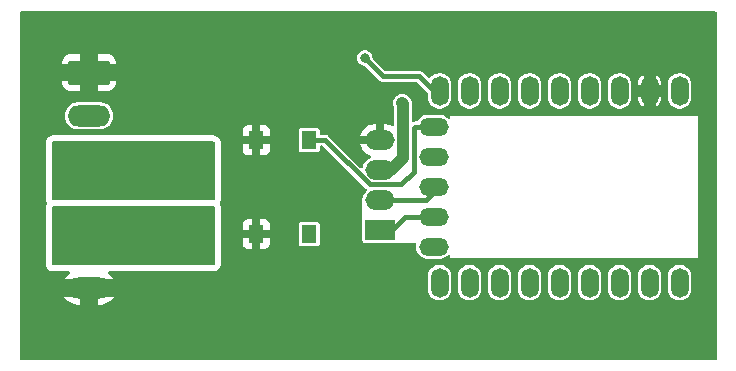
<source format=gbr>
%TF.GenerationSoftware,KiCad,Pcbnew,8.0.0*%
%TF.CreationDate,2024-03-02T12:01:17-05:00*%
%TF.ProjectId,RP2040_Count2,52503230-3430-45f4-936f-756e74322e6b,v2*%
%TF.SameCoordinates,Original*%
%TF.FileFunction,Copper,L2,Bot*%
%TF.FilePolarity,Positive*%
%FSLAX46Y46*%
G04 Gerber Fmt 4.6, Leading zero omitted, Abs format (unit mm)*
G04 Created by KiCad (PCBNEW 8.0.0) date 2024-03-02 12:01:17*
%MOMM*%
%LPD*%
G01*
G04 APERTURE LIST*
G04 Aperture macros list*
%AMRoundRect*
0 Rectangle with rounded corners*
0 $1 Rounding radius*
0 $2 $3 $4 $5 $6 $7 $8 $9 X,Y pos of 4 corners*
0 Add a 4 corners polygon primitive as box body*
4,1,4,$2,$3,$4,$5,$6,$7,$8,$9,$2,$3,0*
0 Add four circle primitives for the rounded corners*
1,1,$1+$1,$2,$3*
1,1,$1+$1,$4,$5*
1,1,$1+$1,$6,$7*
1,1,$1+$1,$8,$9*
0 Add four rect primitives between the rounded corners*
20,1,$1+$1,$2,$3,$4,$5,0*
20,1,$1+$1,$4,$5,$6,$7,0*
20,1,$1+$1,$6,$7,$8,$9,0*
20,1,$1+$1,$8,$9,$2,$3,0*%
G04 Aperture macros list end*
%TA.AperFunction,ComponentPad*%
%ADD10R,2.500000X1.700000*%
%TD*%
%TA.AperFunction,ComponentPad*%
%ADD11O,2.500000X1.700000*%
%TD*%
%TA.AperFunction,ComponentPad*%
%ADD12RoundRect,0.250000X-1.550000X0.650000X-1.550000X-0.650000X1.550000X-0.650000X1.550000X0.650000X0*%
%TD*%
%TA.AperFunction,ComponentPad*%
%ADD13O,3.600000X1.800000*%
%TD*%
%TA.AperFunction,ComponentPad*%
%ADD14O,1.500000X2.500000*%
%TD*%
%TA.AperFunction,ComponentPad*%
%ADD15O,2.500000X1.500000*%
%TD*%
%TA.AperFunction,ComponentPad*%
%ADD16RoundRect,0.291667X-1.508333X0.758333X-1.508333X-0.758333X1.508333X-0.758333X1.508333X0.758333X0*%
%TD*%
%TA.AperFunction,ComponentPad*%
%ADD17O,3.600000X2.100000*%
%TD*%
%TA.AperFunction,SMDPad,CuDef*%
%ADD18R,1.300000X1.550000*%
%TD*%
%TA.AperFunction,ViaPad*%
%ADD19C,0.800000*%
%TD*%
%TA.AperFunction,Conductor*%
%ADD20C,0.400000*%
%TD*%
%TA.AperFunction,Conductor*%
%ADD21C,1.000000*%
%TD*%
G04 APERTURE END LIST*
D10*
%TO.P,J3,1,Pin_1*%
%TO.N,I2C_SDA*%
X130000000Y-91000000D03*
D11*
%TO.P,J3,2,Pin_2*%
%TO.N,I2C_SCL*%
X130000000Y-88500000D03*
%TO.P,J3,3,Pin_3*%
%TO.N,+3.3V*%
X130000000Y-85900000D03*
%TO.P,J3,4,Pin_4*%
%TO.N,GND*%
X130000000Y-83400000D03*
%TD*%
D12*
%TO.P,TB1,1,P1*%
%TO.N,VIN1*%
X105357500Y-92112500D03*
D13*
%TO.P,TB1,2,P2*%
%TO.N,GND*%
X105357500Y-95922500D03*
%TD*%
D14*
%TO.P,U2,1,0*%
%TO.N,unconnected-(U2-0-Pad1)*%
X155360000Y-95470000D03*
%TO.P,U2,2,1*%
%TO.N,unconnected-(U2-1-Pad2)*%
X152820000Y-95470000D03*
%TO.P,U2,3,2*%
%TO.N,unconnected-(U2-2-Pad3)*%
X150280000Y-95470000D03*
%TO.P,U2,4,3*%
%TO.N,unconnected-(U2-3-Pad4)*%
X147740000Y-95470000D03*
%TO.P,U2,5,4*%
%TO.N,unconnected-(U2-4-Pad5)*%
X145200000Y-95470000D03*
%TO.P,U2,6,5*%
%TO.N,unconnected-(U2-5-Pad6)*%
X142660000Y-95470000D03*
%TO.P,U2,7,6*%
%TO.N,unconnected-(U2-6-Pad7)*%
X140120000Y-95470000D03*
%TO.P,U2,8,7*%
%TO.N,unconnected-(U2-7-Pad8)*%
X137580000Y-95470000D03*
%TO.P,U2,9,8*%
%TO.N,unconnected-(U2-8-Pad9)*%
X135040000Y-95470000D03*
D15*
%TO.P,U2,10,9*%
%TO.N,unconnected-(U2-9-Pad10)*%
X134540000Y-92430000D03*
%TO.P,U2,11,10*%
%TO.N,I2C_SDA*%
X134540000Y-89890000D03*
%TO.P,U2,12,11*%
%TO.N,I2C_SCL*%
X134540000Y-87350000D03*
%TO.P,U2,13,12*%
%TO.N,unconnected-(U2-12-Pad13)*%
X134540000Y-84810000D03*
%TO.P,U2,14,13*%
%TO.N,SW1*%
X134540000Y-82270000D03*
D14*
%TO.P,U2,15,14*%
%TO.N,OUT1*%
X135040000Y-79230000D03*
%TO.P,U2,16,15*%
%TO.N,unconnected-(U2-15-Pad16)*%
X137580000Y-79230000D03*
%TO.P,U2,17,26*%
%TO.N,unconnected-(U2-26-Pad17)*%
X140120000Y-79230000D03*
%TO.P,U2,18,27*%
%TO.N,unconnected-(U2-27-Pad18)*%
X142660000Y-79230000D03*
%TO.P,U2,19,28*%
%TO.N,unconnected-(U2-28-Pad19)*%
X145200000Y-79230000D03*
%TO.P,U2,20,29*%
%TO.N,unconnected-(U2-29-Pad20)*%
X147740000Y-79230000D03*
%TO.P,U2,21,3V3*%
%TO.N,+3.3V*%
X150280000Y-79230000D03*
%TO.P,U2,22,GND*%
%TO.N,GND*%
X152820000Y-79230000D03*
%TO.P,U2,23,5V*%
%TO.N,+5V*%
X155360000Y-79230000D03*
%TD*%
D16*
%TO.P,J2,1,Pin_1*%
%TO.N,GND*%
X105357500Y-77680000D03*
D13*
%TO.P,J2,2,Pin_2*%
%TO.N,/DOUT1*%
X105357500Y-81340000D03*
D17*
%TO.P,J2,3,Pin_3*%
%TO.N,VOUT1*%
X105357500Y-85000000D03*
%TD*%
D18*
%TO.P,SW1,1,1*%
%TO.N,SW1*%
X124000000Y-91350000D03*
X124000000Y-83400000D03*
%TO.P,SW1,2,2*%
%TO.N,GND*%
X119500000Y-91350000D03*
X119500000Y-83400000D03*
%TD*%
D19*
%TO.N,GND*%
X130900000Y-75900000D03*
X149650000Y-76550000D03*
X119900000Y-88900000D03*
X124400000Y-93900000D03*
X118000000Y-99000000D03*
X125800000Y-92300000D03*
X108000000Y-101000000D03*
X115900000Y-99000000D03*
X101000000Y-74000000D03*
X133350000Y-80450000D03*
X111800000Y-79500000D03*
X156650000Y-74200000D03*
X152000000Y-101000000D03*
X125600000Y-98000000D03*
X122200000Y-93900000D03*
X122200000Y-90700000D03*
X114200000Y-95100000D03*
X124500000Y-81000000D03*
X123300000Y-92900000D03*
X138000000Y-73300000D03*
X111800000Y-77100000D03*
X126500000Y-74000000D03*
X122000000Y-96500000D03*
X126000000Y-77500000D03*
X101000000Y-94500000D03*
X112800000Y-75400000D03*
X132850000Y-96450000D03*
X124400000Y-92900000D03*
X124000000Y-96500000D03*
X116000000Y-81500000D03*
X122000000Y-98000000D03*
X120500000Y-74000000D03*
X157350000Y-94450000D03*
X121200000Y-90700000D03*
X122900000Y-77400000D03*
X101000000Y-83500000D03*
X120200000Y-77400000D03*
X147000000Y-101000000D03*
X127900000Y-91100000D03*
X119700000Y-86900000D03*
X141000000Y-101000000D03*
X122200000Y-92900000D03*
X157500000Y-101000000D03*
X101000000Y-89000000D03*
X126900000Y-92300000D03*
X120100000Y-85600000D03*
X118200000Y-77700000D03*
X157300000Y-79150000D03*
X122200000Y-91800000D03*
X126900000Y-98000000D03*
X121000000Y-101000000D03*
X109000000Y-74000000D03*
X123000000Y-98000000D03*
X135000000Y-101000000D03*
X130600000Y-93200000D03*
X115000000Y-74000000D03*
X124000000Y-98000000D03*
X101000000Y-79700000D03*
X117500000Y-91100000D03*
X101000000Y-101000000D03*
X121300000Y-84000000D03*
X147700000Y-73200000D03*
X152150000Y-76500000D03*
X115900000Y-96600000D03*
X125800000Y-91100000D03*
X127000000Y-101000000D03*
X123300000Y-93900000D03*
X123000000Y-96500000D03*
X126850000Y-91100000D03*
X119600000Y-80900000D03*
X115000000Y-101000000D03*
%TO.N,VIN1*%
X113500000Y-90500000D03*
X114500000Y-90500000D03*
X112500000Y-93500000D03*
X115500000Y-92500000D03*
X115500000Y-89500000D03*
X111500000Y-93500000D03*
X113500000Y-89500000D03*
X111500000Y-90500000D03*
X112500000Y-89500000D03*
X113500000Y-93500000D03*
X110500000Y-89500000D03*
X114500000Y-89500000D03*
X114500000Y-93500000D03*
X110500000Y-93500000D03*
X115500000Y-93500000D03*
X111500000Y-89500000D03*
X115500000Y-91500000D03*
X115500000Y-90500000D03*
X110500000Y-91500000D03*
X110500000Y-90500000D03*
X112500000Y-90500000D03*
X110500000Y-92500000D03*
%TO.N,+3.3V*%
X131850000Y-80250000D03*
%TO.N,VOUT1*%
X115500000Y-86000000D03*
X115500000Y-85000000D03*
X112500000Y-84000000D03*
X111500000Y-84000000D03*
X115500000Y-84000000D03*
X115500000Y-87000000D03*
X110500000Y-85000000D03*
X112500000Y-88000000D03*
X114500000Y-84000000D03*
X110500000Y-86000000D03*
X111500000Y-88000000D03*
X113500000Y-88000000D03*
X110500000Y-88000000D03*
X110500000Y-87000000D03*
X111500000Y-87000000D03*
X115500000Y-88000000D03*
X110500000Y-84000000D03*
X114500000Y-87000000D03*
X113500000Y-84000000D03*
X113500000Y-87000000D03*
X112500000Y-87000000D03*
X114500000Y-88000000D03*
%TO.N,OUT1*%
X128700000Y-76450000D03*
%TD*%
D20*
%TO.N,OUT1*%
X128700000Y-76450000D02*
X130250000Y-78000000D01*
X130250000Y-78000000D02*
X133310000Y-78000000D01*
X133310000Y-78000000D02*
X135040000Y-79730000D01*
D21*
%TO.N,+3.3V*%
X130950000Y-85900000D02*
X130000000Y-85900000D01*
X131950000Y-84900000D02*
X130950000Y-85900000D01*
X131850000Y-80250000D02*
X131950000Y-80350000D01*
X131950000Y-80350000D02*
X131950000Y-84900000D01*
D20*
%TO.N,I2C_SDA*%
X132110000Y-89890000D02*
X135040000Y-89890000D01*
X130000000Y-91000000D02*
X131000000Y-91000000D01*
X131000000Y-91000000D02*
X132110000Y-89890000D01*
%TO.N,I2C_SCL*%
X130000000Y-88500000D02*
X133890000Y-88500000D01*
X133890000Y-88500000D02*
X135040000Y-87350000D01*
%TO.N,SW1*%
X132890000Y-86060000D02*
X131800000Y-87150000D01*
X135040000Y-82270000D02*
X132980000Y-82270000D01*
X129100000Y-87150000D02*
X125350000Y-83400000D01*
X132980000Y-82270000D02*
X132890000Y-82360000D01*
X132890000Y-82360000D02*
X132890000Y-86060000D01*
X125350000Y-83400000D02*
X124000000Y-83400000D01*
X131800000Y-87150000D02*
X129100000Y-87150000D01*
%TD*%
%TA.AperFunction,Conductor*%
%TO.N,GND*%
G36*
X158443039Y-72519685D02*
G01*
X158488794Y-72572489D01*
X158500000Y-72624000D01*
X158500000Y-101876000D01*
X158480315Y-101943039D01*
X158427511Y-101988794D01*
X158376000Y-102000000D01*
X99624000Y-102000000D01*
X99556961Y-101980315D01*
X99511206Y-101927511D01*
X99500000Y-101876000D01*
X99500000Y-96672500D01*
X103271912Y-96672500D01*
X103389637Y-96834535D01*
X103389642Y-96834541D01*
X103545458Y-96990357D01*
X103723739Y-97119886D01*
X103920089Y-97219932D01*
X104129664Y-97288026D01*
X104347319Y-97322500D01*
X104607500Y-97322500D01*
X104607500Y-96672500D01*
X106107500Y-96672500D01*
X106107500Y-97322500D01*
X106367681Y-97322500D01*
X106585335Y-97288026D01*
X106794910Y-97219932D01*
X106991260Y-97119886D01*
X107169541Y-96990357D01*
X107325357Y-96834541D01*
X107325362Y-96834535D01*
X107443087Y-96672500D01*
X106107500Y-96672500D01*
X104607500Y-96672500D01*
X103271912Y-96672500D01*
X99500000Y-96672500D01*
X99500000Y-96001491D01*
X104757500Y-96001491D01*
X104798389Y-96154091D01*
X104877381Y-96290908D01*
X104989092Y-96402619D01*
X105125909Y-96481611D01*
X105278509Y-96522500D01*
X105436491Y-96522500D01*
X105589091Y-96481611D01*
X105725908Y-96402619D01*
X105837619Y-96290908D01*
X105916611Y-96154091D01*
X105939533Y-96068543D01*
X134039499Y-96068543D01*
X134077947Y-96261829D01*
X134077950Y-96261839D01*
X134153364Y-96443907D01*
X134153371Y-96443920D01*
X134262860Y-96607781D01*
X134262863Y-96607785D01*
X134402214Y-96747136D01*
X134402218Y-96747139D01*
X134566079Y-96856628D01*
X134566092Y-96856635D01*
X134748160Y-96932049D01*
X134748165Y-96932051D01*
X134748169Y-96932051D01*
X134748170Y-96932052D01*
X134941456Y-96970500D01*
X134941459Y-96970500D01*
X135138543Y-96970500D01*
X135268582Y-96944632D01*
X135331835Y-96932051D01*
X135513914Y-96856632D01*
X135677782Y-96747139D01*
X135817139Y-96607782D01*
X135926632Y-96443914D01*
X136002051Y-96261835D01*
X136040500Y-96068543D01*
X136579499Y-96068543D01*
X136617947Y-96261829D01*
X136617950Y-96261839D01*
X136693364Y-96443907D01*
X136693371Y-96443920D01*
X136802860Y-96607781D01*
X136802863Y-96607785D01*
X136942214Y-96747136D01*
X136942218Y-96747139D01*
X137106079Y-96856628D01*
X137106092Y-96856635D01*
X137288160Y-96932049D01*
X137288165Y-96932051D01*
X137288169Y-96932051D01*
X137288170Y-96932052D01*
X137481456Y-96970500D01*
X137481459Y-96970500D01*
X137678543Y-96970500D01*
X137808582Y-96944632D01*
X137871835Y-96932051D01*
X138053914Y-96856632D01*
X138217782Y-96747139D01*
X138357139Y-96607782D01*
X138466632Y-96443914D01*
X138542051Y-96261835D01*
X138580500Y-96068543D01*
X139119499Y-96068543D01*
X139157947Y-96261829D01*
X139157950Y-96261839D01*
X139233364Y-96443907D01*
X139233371Y-96443920D01*
X139342860Y-96607781D01*
X139342863Y-96607785D01*
X139482214Y-96747136D01*
X139482218Y-96747139D01*
X139646079Y-96856628D01*
X139646092Y-96856635D01*
X139828160Y-96932049D01*
X139828165Y-96932051D01*
X139828169Y-96932051D01*
X139828170Y-96932052D01*
X140021456Y-96970500D01*
X140021459Y-96970500D01*
X140218543Y-96970500D01*
X140348582Y-96944632D01*
X140411835Y-96932051D01*
X140593914Y-96856632D01*
X140757782Y-96747139D01*
X140897139Y-96607782D01*
X141006632Y-96443914D01*
X141082051Y-96261835D01*
X141120500Y-96068543D01*
X141659499Y-96068543D01*
X141697947Y-96261829D01*
X141697950Y-96261839D01*
X141773364Y-96443907D01*
X141773371Y-96443920D01*
X141882860Y-96607781D01*
X141882863Y-96607785D01*
X142022214Y-96747136D01*
X142022218Y-96747139D01*
X142186079Y-96856628D01*
X142186092Y-96856635D01*
X142368160Y-96932049D01*
X142368165Y-96932051D01*
X142368169Y-96932051D01*
X142368170Y-96932052D01*
X142561456Y-96970500D01*
X142561459Y-96970500D01*
X142758543Y-96970500D01*
X142888582Y-96944632D01*
X142951835Y-96932051D01*
X143133914Y-96856632D01*
X143297782Y-96747139D01*
X143437139Y-96607782D01*
X143546632Y-96443914D01*
X143622051Y-96261835D01*
X143660500Y-96068543D01*
X144199499Y-96068543D01*
X144237947Y-96261829D01*
X144237950Y-96261839D01*
X144313364Y-96443907D01*
X144313371Y-96443920D01*
X144422860Y-96607781D01*
X144422863Y-96607785D01*
X144562214Y-96747136D01*
X144562218Y-96747139D01*
X144726079Y-96856628D01*
X144726092Y-96856635D01*
X144908160Y-96932049D01*
X144908165Y-96932051D01*
X144908169Y-96932051D01*
X144908170Y-96932052D01*
X145101456Y-96970500D01*
X145101459Y-96970500D01*
X145298543Y-96970500D01*
X145428582Y-96944632D01*
X145491835Y-96932051D01*
X145673914Y-96856632D01*
X145837782Y-96747139D01*
X145977139Y-96607782D01*
X146086632Y-96443914D01*
X146162051Y-96261835D01*
X146200500Y-96068543D01*
X146739499Y-96068543D01*
X146777947Y-96261829D01*
X146777950Y-96261839D01*
X146853364Y-96443907D01*
X146853371Y-96443920D01*
X146962860Y-96607781D01*
X146962863Y-96607785D01*
X147102214Y-96747136D01*
X147102218Y-96747139D01*
X147266079Y-96856628D01*
X147266092Y-96856635D01*
X147448160Y-96932049D01*
X147448165Y-96932051D01*
X147448169Y-96932051D01*
X147448170Y-96932052D01*
X147641456Y-96970500D01*
X147641459Y-96970500D01*
X147838543Y-96970500D01*
X147968582Y-96944632D01*
X148031835Y-96932051D01*
X148213914Y-96856632D01*
X148377782Y-96747139D01*
X148517139Y-96607782D01*
X148626632Y-96443914D01*
X148702051Y-96261835D01*
X148740500Y-96068543D01*
X149279499Y-96068543D01*
X149317947Y-96261829D01*
X149317950Y-96261839D01*
X149393364Y-96443907D01*
X149393371Y-96443920D01*
X149502860Y-96607781D01*
X149502863Y-96607785D01*
X149642214Y-96747136D01*
X149642218Y-96747139D01*
X149806079Y-96856628D01*
X149806092Y-96856635D01*
X149988160Y-96932049D01*
X149988165Y-96932051D01*
X149988169Y-96932051D01*
X149988170Y-96932052D01*
X150181456Y-96970500D01*
X150181459Y-96970500D01*
X150378543Y-96970500D01*
X150508582Y-96944632D01*
X150571835Y-96932051D01*
X150753914Y-96856632D01*
X150917782Y-96747139D01*
X151057139Y-96607782D01*
X151166632Y-96443914D01*
X151242051Y-96261835D01*
X151280500Y-96068543D01*
X151819499Y-96068543D01*
X151857947Y-96261829D01*
X151857950Y-96261839D01*
X151933364Y-96443907D01*
X151933371Y-96443920D01*
X152042860Y-96607781D01*
X152042863Y-96607785D01*
X152182214Y-96747136D01*
X152182218Y-96747139D01*
X152346079Y-96856628D01*
X152346092Y-96856635D01*
X152528160Y-96932049D01*
X152528165Y-96932051D01*
X152528169Y-96932051D01*
X152528170Y-96932052D01*
X152721456Y-96970500D01*
X152721459Y-96970500D01*
X152918543Y-96970500D01*
X153048582Y-96944632D01*
X153111835Y-96932051D01*
X153293914Y-96856632D01*
X153457782Y-96747139D01*
X153597139Y-96607782D01*
X153706632Y-96443914D01*
X153782051Y-96261835D01*
X153820500Y-96068543D01*
X154359499Y-96068543D01*
X154397947Y-96261829D01*
X154397950Y-96261839D01*
X154473364Y-96443907D01*
X154473371Y-96443920D01*
X154582860Y-96607781D01*
X154582863Y-96607785D01*
X154722214Y-96747136D01*
X154722218Y-96747139D01*
X154886079Y-96856628D01*
X154886092Y-96856635D01*
X155068160Y-96932049D01*
X155068165Y-96932051D01*
X155068169Y-96932051D01*
X155068170Y-96932052D01*
X155261456Y-96970500D01*
X155261459Y-96970500D01*
X155458543Y-96970500D01*
X155588582Y-96944632D01*
X155651835Y-96932051D01*
X155833914Y-96856632D01*
X155997782Y-96747139D01*
X156137139Y-96607782D01*
X156246632Y-96443914D01*
X156322051Y-96261835D01*
X156360500Y-96068541D01*
X156360500Y-94871459D01*
X156360500Y-94871456D01*
X156322052Y-94678170D01*
X156322051Y-94678169D01*
X156322051Y-94678165D01*
X156280557Y-94577989D01*
X156246635Y-94496092D01*
X156246628Y-94496079D01*
X156137139Y-94332218D01*
X156137136Y-94332214D01*
X155997785Y-94192863D01*
X155997781Y-94192860D01*
X155833920Y-94083371D01*
X155833907Y-94083364D01*
X155651839Y-94007950D01*
X155651829Y-94007947D01*
X155458543Y-93969500D01*
X155458541Y-93969500D01*
X155261459Y-93969500D01*
X155261457Y-93969500D01*
X155068170Y-94007947D01*
X155068160Y-94007950D01*
X154886092Y-94083364D01*
X154886079Y-94083371D01*
X154722218Y-94192860D01*
X154722214Y-94192863D01*
X154582863Y-94332214D01*
X154582860Y-94332218D01*
X154473371Y-94496079D01*
X154473364Y-94496092D01*
X154397950Y-94678160D01*
X154397947Y-94678170D01*
X154359500Y-94871456D01*
X154359500Y-94871459D01*
X154359500Y-96068541D01*
X154359500Y-96068543D01*
X154359499Y-96068543D01*
X153820500Y-96068543D01*
X153820500Y-96068541D01*
X153820500Y-94871459D01*
X153820500Y-94871456D01*
X153782052Y-94678170D01*
X153782051Y-94678169D01*
X153782051Y-94678165D01*
X153740557Y-94577989D01*
X153706635Y-94496092D01*
X153706628Y-94496079D01*
X153597139Y-94332218D01*
X153597136Y-94332214D01*
X153457785Y-94192863D01*
X153457781Y-94192860D01*
X153293920Y-94083371D01*
X153293907Y-94083364D01*
X153111839Y-94007950D01*
X153111829Y-94007947D01*
X152918543Y-93969500D01*
X152918541Y-93969500D01*
X152721459Y-93969500D01*
X152721457Y-93969500D01*
X152528170Y-94007947D01*
X152528160Y-94007950D01*
X152346092Y-94083364D01*
X152346079Y-94083371D01*
X152182218Y-94192860D01*
X152182214Y-94192863D01*
X152042863Y-94332214D01*
X152042860Y-94332218D01*
X151933371Y-94496079D01*
X151933364Y-94496092D01*
X151857950Y-94678160D01*
X151857947Y-94678170D01*
X151819500Y-94871456D01*
X151819500Y-94871459D01*
X151819500Y-96068541D01*
X151819500Y-96068543D01*
X151819499Y-96068543D01*
X151280500Y-96068543D01*
X151280500Y-96068541D01*
X151280500Y-94871459D01*
X151280500Y-94871456D01*
X151242052Y-94678170D01*
X151242051Y-94678169D01*
X151242051Y-94678165D01*
X151200557Y-94577989D01*
X151166635Y-94496092D01*
X151166628Y-94496079D01*
X151057139Y-94332218D01*
X151057136Y-94332214D01*
X150917785Y-94192863D01*
X150917781Y-94192860D01*
X150753920Y-94083371D01*
X150753907Y-94083364D01*
X150571839Y-94007950D01*
X150571829Y-94007947D01*
X150378543Y-93969500D01*
X150378541Y-93969500D01*
X150181459Y-93969500D01*
X150181457Y-93969500D01*
X149988170Y-94007947D01*
X149988160Y-94007950D01*
X149806092Y-94083364D01*
X149806079Y-94083371D01*
X149642218Y-94192860D01*
X149642214Y-94192863D01*
X149502863Y-94332214D01*
X149502860Y-94332218D01*
X149393371Y-94496079D01*
X149393364Y-94496092D01*
X149317950Y-94678160D01*
X149317947Y-94678170D01*
X149279500Y-94871456D01*
X149279500Y-94871459D01*
X149279500Y-96068541D01*
X149279500Y-96068543D01*
X149279499Y-96068543D01*
X148740500Y-96068543D01*
X148740500Y-96068541D01*
X148740500Y-94871459D01*
X148740500Y-94871456D01*
X148702052Y-94678170D01*
X148702051Y-94678169D01*
X148702051Y-94678165D01*
X148660557Y-94577989D01*
X148626635Y-94496092D01*
X148626628Y-94496079D01*
X148517139Y-94332218D01*
X148517136Y-94332214D01*
X148377785Y-94192863D01*
X148377781Y-94192860D01*
X148213920Y-94083371D01*
X148213907Y-94083364D01*
X148031839Y-94007950D01*
X148031829Y-94007947D01*
X147838543Y-93969500D01*
X147838541Y-93969500D01*
X147641459Y-93969500D01*
X147641457Y-93969500D01*
X147448170Y-94007947D01*
X147448160Y-94007950D01*
X147266092Y-94083364D01*
X147266079Y-94083371D01*
X147102218Y-94192860D01*
X147102214Y-94192863D01*
X146962863Y-94332214D01*
X146962860Y-94332218D01*
X146853371Y-94496079D01*
X146853364Y-94496092D01*
X146777950Y-94678160D01*
X146777947Y-94678170D01*
X146739500Y-94871456D01*
X146739500Y-94871459D01*
X146739500Y-96068541D01*
X146739500Y-96068543D01*
X146739499Y-96068543D01*
X146200500Y-96068543D01*
X146200500Y-96068541D01*
X146200500Y-94871459D01*
X146200500Y-94871456D01*
X146162052Y-94678170D01*
X146162051Y-94678169D01*
X146162051Y-94678165D01*
X146120557Y-94577989D01*
X146086635Y-94496092D01*
X146086628Y-94496079D01*
X145977139Y-94332218D01*
X145977136Y-94332214D01*
X145837785Y-94192863D01*
X145837781Y-94192860D01*
X145673920Y-94083371D01*
X145673907Y-94083364D01*
X145491839Y-94007950D01*
X145491829Y-94007947D01*
X145298543Y-93969500D01*
X145298541Y-93969500D01*
X145101459Y-93969500D01*
X145101457Y-93969500D01*
X144908170Y-94007947D01*
X144908160Y-94007950D01*
X144726092Y-94083364D01*
X144726079Y-94083371D01*
X144562218Y-94192860D01*
X144562214Y-94192863D01*
X144422863Y-94332214D01*
X144422860Y-94332218D01*
X144313371Y-94496079D01*
X144313364Y-94496092D01*
X144237950Y-94678160D01*
X144237947Y-94678170D01*
X144199500Y-94871456D01*
X144199500Y-94871459D01*
X144199500Y-96068541D01*
X144199500Y-96068543D01*
X144199499Y-96068543D01*
X143660500Y-96068543D01*
X143660500Y-96068541D01*
X143660500Y-94871459D01*
X143660500Y-94871456D01*
X143622052Y-94678170D01*
X143622051Y-94678169D01*
X143622051Y-94678165D01*
X143580557Y-94577989D01*
X143546635Y-94496092D01*
X143546628Y-94496079D01*
X143437139Y-94332218D01*
X143437136Y-94332214D01*
X143297785Y-94192863D01*
X143297781Y-94192860D01*
X143133920Y-94083371D01*
X143133907Y-94083364D01*
X142951839Y-94007950D01*
X142951829Y-94007947D01*
X142758543Y-93969500D01*
X142758541Y-93969500D01*
X142561459Y-93969500D01*
X142561457Y-93969500D01*
X142368170Y-94007947D01*
X142368160Y-94007950D01*
X142186092Y-94083364D01*
X142186079Y-94083371D01*
X142022218Y-94192860D01*
X142022214Y-94192863D01*
X141882863Y-94332214D01*
X141882860Y-94332218D01*
X141773371Y-94496079D01*
X141773364Y-94496092D01*
X141697950Y-94678160D01*
X141697947Y-94678170D01*
X141659500Y-94871456D01*
X141659500Y-94871459D01*
X141659500Y-96068541D01*
X141659500Y-96068543D01*
X141659499Y-96068543D01*
X141120500Y-96068543D01*
X141120500Y-96068541D01*
X141120500Y-94871459D01*
X141120500Y-94871456D01*
X141082052Y-94678170D01*
X141082051Y-94678169D01*
X141082051Y-94678165D01*
X141040557Y-94577989D01*
X141006635Y-94496092D01*
X141006628Y-94496079D01*
X140897139Y-94332218D01*
X140897136Y-94332214D01*
X140757785Y-94192863D01*
X140757781Y-94192860D01*
X140593920Y-94083371D01*
X140593907Y-94083364D01*
X140411839Y-94007950D01*
X140411829Y-94007947D01*
X140218543Y-93969500D01*
X140218541Y-93969500D01*
X140021459Y-93969500D01*
X140021457Y-93969500D01*
X139828170Y-94007947D01*
X139828160Y-94007950D01*
X139646092Y-94083364D01*
X139646079Y-94083371D01*
X139482218Y-94192860D01*
X139482214Y-94192863D01*
X139342863Y-94332214D01*
X139342860Y-94332218D01*
X139233371Y-94496079D01*
X139233364Y-94496092D01*
X139157950Y-94678160D01*
X139157947Y-94678170D01*
X139119500Y-94871456D01*
X139119500Y-94871459D01*
X139119500Y-96068541D01*
X139119500Y-96068543D01*
X139119499Y-96068543D01*
X138580500Y-96068543D01*
X138580500Y-96068541D01*
X138580500Y-94871459D01*
X138580500Y-94871456D01*
X138542052Y-94678170D01*
X138542051Y-94678169D01*
X138542051Y-94678165D01*
X138500557Y-94577989D01*
X138466635Y-94496092D01*
X138466628Y-94496079D01*
X138357139Y-94332218D01*
X138357136Y-94332214D01*
X138217785Y-94192863D01*
X138217781Y-94192860D01*
X138053920Y-94083371D01*
X138053907Y-94083364D01*
X137871839Y-94007950D01*
X137871829Y-94007947D01*
X137678543Y-93969500D01*
X137678541Y-93969500D01*
X137481459Y-93969500D01*
X137481457Y-93969500D01*
X137288170Y-94007947D01*
X137288160Y-94007950D01*
X137106092Y-94083364D01*
X137106079Y-94083371D01*
X136942218Y-94192860D01*
X136942214Y-94192863D01*
X136802863Y-94332214D01*
X136802860Y-94332218D01*
X136693371Y-94496079D01*
X136693364Y-94496092D01*
X136617950Y-94678160D01*
X136617947Y-94678170D01*
X136579500Y-94871456D01*
X136579500Y-94871459D01*
X136579500Y-96068541D01*
X136579500Y-96068543D01*
X136579499Y-96068543D01*
X136040500Y-96068543D01*
X136040500Y-96068541D01*
X136040500Y-94871459D01*
X136040500Y-94871456D01*
X136002052Y-94678170D01*
X136002051Y-94678169D01*
X136002051Y-94678165D01*
X135960557Y-94577989D01*
X135926635Y-94496092D01*
X135926628Y-94496079D01*
X135817139Y-94332218D01*
X135817136Y-94332214D01*
X135677785Y-94192863D01*
X135677781Y-94192860D01*
X135513920Y-94083371D01*
X135513907Y-94083364D01*
X135331839Y-94007950D01*
X135331829Y-94007947D01*
X135138543Y-93969500D01*
X135138541Y-93969500D01*
X134941459Y-93969500D01*
X134941457Y-93969500D01*
X134748170Y-94007947D01*
X134748160Y-94007950D01*
X134566092Y-94083364D01*
X134566079Y-94083371D01*
X134402218Y-94192860D01*
X134402214Y-94192863D01*
X134262863Y-94332214D01*
X134262860Y-94332218D01*
X134153371Y-94496079D01*
X134153364Y-94496092D01*
X134077950Y-94678160D01*
X134077947Y-94678170D01*
X134039500Y-94871456D01*
X134039500Y-94871459D01*
X134039500Y-96068541D01*
X134039500Y-96068543D01*
X134039499Y-96068543D01*
X105939533Y-96068543D01*
X105957500Y-96001491D01*
X105957500Y-95843509D01*
X105916611Y-95690909D01*
X105837619Y-95554092D01*
X105725908Y-95442381D01*
X105589091Y-95363389D01*
X105436491Y-95322500D01*
X105278509Y-95322500D01*
X105125909Y-95363389D01*
X104989092Y-95442381D01*
X104877381Y-95554092D01*
X104798389Y-95690909D01*
X104757500Y-95843509D01*
X104757500Y-96001491D01*
X99500000Y-96001491D01*
X99500000Y-93876000D01*
X101694500Y-93876000D01*
X101694501Y-93876009D01*
X101706052Y-93983450D01*
X101706054Y-93983462D01*
X101717260Y-94034972D01*
X101751383Y-94137497D01*
X101751386Y-94137503D01*
X101829171Y-94258537D01*
X101829179Y-94258548D01*
X101874923Y-94311340D01*
X101874926Y-94311343D01*
X101874930Y-94311347D01*
X101983664Y-94405567D01*
X101983667Y-94405568D01*
X101983668Y-94405569D01*
X102077925Y-94448616D01*
X102114541Y-94465338D01*
X102181580Y-94485023D01*
X102181584Y-94485024D01*
X102324000Y-94505500D01*
X102324003Y-94505500D01*
X103644378Y-94505500D01*
X103711417Y-94525185D01*
X103757172Y-94577989D01*
X103767116Y-94647147D01*
X103738091Y-94710703D01*
X103717264Y-94729818D01*
X103545458Y-94854642D01*
X103389642Y-95010458D01*
X103389637Y-95010464D01*
X103271912Y-95172499D01*
X103271912Y-95172500D01*
X107443088Y-95172500D01*
X107443087Y-95172499D01*
X107325362Y-95010464D01*
X107325357Y-95010458D01*
X107169541Y-94854642D01*
X106997736Y-94729818D01*
X106955071Y-94674488D01*
X106949092Y-94604875D01*
X106981698Y-94543080D01*
X107042537Y-94508722D01*
X107070622Y-94505500D01*
X115875990Y-94505500D01*
X115876000Y-94505500D01*
X115983456Y-94493947D01*
X116034967Y-94482741D01*
X116069197Y-94471347D01*
X116137497Y-94448616D01*
X116137501Y-94448613D01*
X116137504Y-94448613D01*
X116258543Y-94370825D01*
X116311347Y-94325070D01*
X116405567Y-94216336D01*
X116465338Y-94085459D01*
X116485023Y-94018420D01*
X116485024Y-94018416D01*
X116505500Y-93876000D01*
X116505500Y-91700000D01*
X118350000Y-91700000D01*
X118350000Y-92172844D01*
X118356401Y-92232372D01*
X118356403Y-92232379D01*
X118406645Y-92367086D01*
X118406649Y-92367093D01*
X118492809Y-92482187D01*
X118492812Y-92482190D01*
X118607906Y-92568350D01*
X118607913Y-92568354D01*
X118742620Y-92618596D01*
X118742627Y-92618598D01*
X118802155Y-92624999D01*
X118802172Y-92625000D01*
X119150000Y-92625000D01*
X119150000Y-91700000D01*
X119850000Y-91700000D01*
X119850000Y-92625000D01*
X120197828Y-92625000D01*
X120197844Y-92624999D01*
X120257372Y-92618598D01*
X120257379Y-92618596D01*
X120392086Y-92568354D01*
X120392093Y-92568350D01*
X120507187Y-92482190D01*
X120507190Y-92482187D01*
X120593350Y-92367093D01*
X120593354Y-92367086D01*
X120643596Y-92232379D01*
X120643598Y-92232372D01*
X120649999Y-92172844D01*
X120650000Y-92172827D01*
X120650000Y-92149678D01*
X123099500Y-92149678D01*
X123114032Y-92222735D01*
X123114033Y-92222739D01*
X123114034Y-92222740D01*
X123169399Y-92305601D01*
X123252260Y-92360966D01*
X123252264Y-92360967D01*
X123325321Y-92375499D01*
X123325324Y-92375500D01*
X123325326Y-92375500D01*
X124674676Y-92375500D01*
X124674677Y-92375499D01*
X124747740Y-92360966D01*
X124830601Y-92305601D01*
X124885966Y-92222740D01*
X124900500Y-92149674D01*
X124900500Y-90550326D01*
X124900500Y-90550323D01*
X124900499Y-90550321D01*
X124885967Y-90477264D01*
X124885966Y-90477260D01*
X124830601Y-90394399D01*
X124747740Y-90339034D01*
X124747739Y-90339033D01*
X124747735Y-90339032D01*
X124674677Y-90324500D01*
X124674674Y-90324500D01*
X123325326Y-90324500D01*
X123325323Y-90324500D01*
X123252264Y-90339032D01*
X123252260Y-90339033D01*
X123169399Y-90394399D01*
X123114033Y-90477260D01*
X123114032Y-90477264D01*
X123099500Y-90550321D01*
X123099500Y-92149678D01*
X120650000Y-92149678D01*
X120650000Y-91700000D01*
X119850000Y-91700000D01*
X119150000Y-91700000D01*
X118350000Y-91700000D01*
X116505500Y-91700000D01*
X116505500Y-91000000D01*
X118350000Y-91000000D01*
X119150000Y-91000000D01*
X119150000Y-90075000D01*
X119850000Y-90075000D01*
X119850000Y-91000000D01*
X120650000Y-91000000D01*
X120650000Y-90527172D01*
X120649999Y-90527155D01*
X120643598Y-90467627D01*
X120643596Y-90467620D01*
X120593354Y-90332913D01*
X120593350Y-90332906D01*
X120507190Y-90217812D01*
X120507187Y-90217809D01*
X120392093Y-90131649D01*
X120392086Y-90131645D01*
X120257379Y-90081403D01*
X120257372Y-90081401D01*
X120197844Y-90075000D01*
X119850000Y-90075000D01*
X119150000Y-90075000D01*
X118802155Y-90075000D01*
X118742627Y-90081401D01*
X118742620Y-90081403D01*
X118607913Y-90131645D01*
X118607906Y-90131649D01*
X118492812Y-90217809D01*
X118492809Y-90217812D01*
X118406649Y-90332906D01*
X118406645Y-90332913D01*
X118356403Y-90467620D01*
X118356401Y-90467627D01*
X118350000Y-90527155D01*
X118350000Y-91000000D01*
X116505500Y-91000000D01*
X116505500Y-89124000D01*
X116493947Y-89016544D01*
X116482741Y-88965033D01*
X116477904Y-88950500D01*
X116448615Y-88862499D01*
X116421035Y-88819585D01*
X116401350Y-88752545D01*
X116412555Y-88701034D01*
X116465338Y-88585459D01*
X116485023Y-88518420D01*
X116485024Y-88518416D01*
X116505500Y-88376000D01*
X116505500Y-83750000D01*
X118350000Y-83750000D01*
X118350000Y-84222844D01*
X118356401Y-84282372D01*
X118356403Y-84282379D01*
X118406645Y-84417086D01*
X118406649Y-84417093D01*
X118492809Y-84532187D01*
X118492812Y-84532190D01*
X118607906Y-84618350D01*
X118607913Y-84618354D01*
X118742620Y-84668596D01*
X118742627Y-84668598D01*
X118802155Y-84674999D01*
X118802172Y-84675000D01*
X119150000Y-84675000D01*
X119150000Y-83750000D01*
X119850000Y-83750000D01*
X119850000Y-84675000D01*
X120197828Y-84675000D01*
X120197844Y-84674999D01*
X120257372Y-84668598D01*
X120257379Y-84668596D01*
X120392086Y-84618354D01*
X120392093Y-84618350D01*
X120507187Y-84532190D01*
X120507190Y-84532187D01*
X120593350Y-84417093D01*
X120593354Y-84417086D01*
X120643596Y-84282379D01*
X120643598Y-84282372D01*
X120649999Y-84222844D01*
X120650000Y-84222827D01*
X120650000Y-84199678D01*
X123099500Y-84199678D01*
X123114032Y-84272735D01*
X123114033Y-84272739D01*
X123114034Y-84272740D01*
X123169399Y-84355601D01*
X123252260Y-84410966D01*
X123252264Y-84410967D01*
X123325321Y-84425499D01*
X123325324Y-84425500D01*
X123325326Y-84425500D01*
X124674676Y-84425500D01*
X124674677Y-84425499D01*
X124747740Y-84410966D01*
X124830601Y-84355601D01*
X124885966Y-84272740D01*
X124900500Y-84199674D01*
X124900500Y-83974500D01*
X124920185Y-83907461D01*
X124972989Y-83861706D01*
X125024500Y-83850500D01*
X125112035Y-83850500D01*
X125179074Y-83870185D01*
X125199715Y-83886818D01*
X128823386Y-87510490D01*
X128823388Y-87510491D01*
X128829837Y-87515440D01*
X128827723Y-87518194D01*
X128864901Y-87557537D01*
X128877817Y-87626202D01*
X128851559Y-87690950D01*
X128842114Y-87701544D01*
X128760585Y-87783073D01*
X128658768Y-87923211D01*
X128580128Y-88077552D01*
X128526597Y-88242302D01*
X128499500Y-88413389D01*
X128499500Y-88586613D01*
X128499618Y-88588114D01*
X128500000Y-88597839D01*
X128500000Y-90114158D01*
X128499500Y-90124336D01*
X128499500Y-91874678D01*
X128514032Y-91947735D01*
X128514033Y-91947739D01*
X128514034Y-91947740D01*
X128569399Y-92030601D01*
X128652260Y-92085966D01*
X128652264Y-92085967D01*
X128725321Y-92100499D01*
X128725324Y-92100500D01*
X128725326Y-92100500D01*
X131275664Y-92100500D01*
X131285842Y-92100000D01*
X132934446Y-92100000D01*
X133001485Y-92119685D01*
X133047240Y-92172489D01*
X133057184Y-92241647D01*
X133056063Y-92248192D01*
X133039500Y-92331456D01*
X133039500Y-92331459D01*
X133039500Y-92528541D01*
X133039500Y-92528543D01*
X133039499Y-92528543D01*
X133077947Y-92721829D01*
X133077950Y-92721839D01*
X133153364Y-92903907D01*
X133153371Y-92903920D01*
X133262860Y-93067781D01*
X133262863Y-93067785D01*
X133402214Y-93207136D01*
X133402218Y-93207139D01*
X133566079Y-93316628D01*
X133566092Y-93316635D01*
X133748160Y-93392049D01*
X133748165Y-93392051D01*
X133748169Y-93392051D01*
X133748170Y-93392052D01*
X133941456Y-93430500D01*
X133941459Y-93430500D01*
X135138543Y-93430500D01*
X135268582Y-93404632D01*
X135331835Y-93392051D01*
X135513914Y-93316632D01*
X135677782Y-93207139D01*
X135677785Y-93207136D01*
X135738319Y-93146603D01*
X135799642Y-93113118D01*
X135869334Y-93118102D01*
X135925267Y-93159974D01*
X135949684Y-93225438D01*
X135950000Y-93234284D01*
X135950000Y-93350000D01*
X156950000Y-93350000D01*
X156950000Y-81350000D01*
X135950000Y-81350000D01*
X135950000Y-81465716D01*
X135930315Y-81532755D01*
X135877511Y-81578510D01*
X135808353Y-81588454D01*
X135744797Y-81559429D01*
X135738319Y-81553397D01*
X135677785Y-81492863D01*
X135677781Y-81492860D01*
X135513920Y-81383371D01*
X135513907Y-81383364D01*
X135331839Y-81307950D01*
X135331829Y-81307947D01*
X135138543Y-81269500D01*
X135138541Y-81269500D01*
X133941459Y-81269500D01*
X133941457Y-81269500D01*
X133748170Y-81307947D01*
X133748160Y-81307950D01*
X133566092Y-81383364D01*
X133566079Y-81383371D01*
X133402218Y-81492860D01*
X133402214Y-81492863D01*
X133262863Y-81632214D01*
X133262857Y-81632222D01*
X133174546Y-81764390D01*
X133120934Y-81809196D01*
X133071444Y-81819500D01*
X132920686Y-81819500D01*
X132856591Y-81836674D01*
X132786742Y-81835010D01*
X132728880Y-81795847D01*
X132701377Y-81731618D01*
X132700500Y-81716899D01*
X132700500Y-80276079D01*
X132671659Y-80131092D01*
X132671658Y-80131091D01*
X132671658Y-80131087D01*
X132632689Y-80037007D01*
X132615087Y-79994511D01*
X132615080Y-79994498D01*
X132532952Y-79871585D01*
X132489859Y-79828492D01*
X132432951Y-79771584D01*
X132328416Y-79667048D01*
X132205494Y-79584916D01*
X132205492Y-79584915D01*
X132205490Y-79584914D01*
X132068912Y-79528342D01*
X132068906Y-79528340D01*
X131923919Y-79499500D01*
X131923917Y-79499500D01*
X131776083Y-79499500D01*
X131776081Y-79499500D01*
X131631093Y-79528340D01*
X131631087Y-79528342D01*
X131494509Y-79584914D01*
X131494502Y-79584918D01*
X131432418Y-79626400D01*
X131371584Y-79667048D01*
X131371582Y-79667049D01*
X131371579Y-79667052D01*
X131371578Y-79667052D01*
X131267052Y-79771578D01*
X131267052Y-79771579D01*
X131267049Y-79771582D01*
X131267048Y-79771584D01*
X131229024Y-79828492D01*
X131184918Y-79894502D01*
X131184914Y-79894509D01*
X131128342Y-80031087D01*
X131128340Y-80031093D01*
X131099500Y-80176080D01*
X131099500Y-80176083D01*
X131099500Y-80323917D01*
X131099500Y-80323919D01*
X131099499Y-80323919D01*
X131128340Y-80468906D01*
X131128343Y-80468916D01*
X131187247Y-80611123D01*
X131186383Y-80611480D01*
X131199500Y-80663839D01*
X131199500Y-82089875D01*
X131179815Y-82156914D01*
X131127011Y-82202669D01*
X131057853Y-82212613D01*
X131019205Y-82200360D01*
X130918217Y-82148904D01*
X130716129Y-82083242D01*
X130506246Y-82050000D01*
X130350000Y-82050000D01*
X130350000Y-83042894D01*
X130307007Y-82999901D01*
X130192993Y-82934075D01*
X130065826Y-82900000D01*
X129934174Y-82900000D01*
X129807007Y-82934075D01*
X129692993Y-82999901D01*
X129650000Y-83042894D01*
X129650000Y-82050000D01*
X129493754Y-82050000D01*
X129283872Y-82083242D01*
X129283869Y-82083242D01*
X129081782Y-82148904D01*
X128892442Y-82245379D01*
X128720540Y-82370272D01*
X128720535Y-82370276D01*
X128570276Y-82520535D01*
X128570272Y-82520540D01*
X128445379Y-82692442D01*
X128348907Y-82881777D01*
X128294248Y-83049999D01*
X128294248Y-83050000D01*
X129642894Y-83050000D01*
X129599901Y-83092993D01*
X129534075Y-83207007D01*
X129500000Y-83334174D01*
X129500000Y-83465826D01*
X129534075Y-83592993D01*
X129599901Y-83707007D01*
X129642894Y-83750000D01*
X128294248Y-83750000D01*
X128348907Y-83918222D01*
X128445379Y-84107557D01*
X128570272Y-84279459D01*
X128570276Y-84279464D01*
X128720535Y-84429723D01*
X128720540Y-84429727D01*
X128892442Y-84554620D01*
X129081778Y-84651093D01*
X129130022Y-84666768D01*
X129187698Y-84706205D01*
X129214897Y-84770563D01*
X129202983Y-84839410D01*
X129155740Y-84890886D01*
X129148000Y-84895185D01*
X129023211Y-84958768D01*
X128943256Y-85016859D01*
X128883072Y-85060586D01*
X128883070Y-85060588D01*
X128883069Y-85060588D01*
X128760588Y-85183069D01*
X128760588Y-85183070D01*
X128760586Y-85183072D01*
X128716859Y-85243256D01*
X128658768Y-85323211D01*
X128580128Y-85477552D01*
X128526597Y-85642301D01*
X128524033Y-85658493D01*
X128494103Y-85721627D01*
X128434792Y-85758558D01*
X128364929Y-85757560D01*
X128313879Y-85726775D01*
X125626616Y-83039513D01*
X125626614Y-83039511D01*
X125558008Y-82999901D01*
X125523888Y-82980201D01*
X125511780Y-82976957D01*
X125499673Y-82973713D01*
X125499670Y-82973712D01*
X125441412Y-82958102D01*
X125409309Y-82949500D01*
X125409308Y-82949500D01*
X125024500Y-82949500D01*
X124957461Y-82929815D01*
X124911706Y-82877011D01*
X124900500Y-82825500D01*
X124900500Y-82600323D01*
X124900499Y-82600321D01*
X124885967Y-82527264D01*
X124885966Y-82527260D01*
X124881476Y-82520540D01*
X124830601Y-82444399D01*
X124747740Y-82389034D01*
X124747739Y-82389033D01*
X124747735Y-82389032D01*
X124674677Y-82374500D01*
X124674674Y-82374500D01*
X123325326Y-82374500D01*
X123325323Y-82374500D01*
X123252264Y-82389032D01*
X123252260Y-82389033D01*
X123169399Y-82444399D01*
X123114033Y-82527260D01*
X123114032Y-82527264D01*
X123099500Y-82600321D01*
X123099500Y-84199678D01*
X120650000Y-84199678D01*
X120650000Y-83750000D01*
X119850000Y-83750000D01*
X119150000Y-83750000D01*
X118350000Y-83750000D01*
X116505500Y-83750000D01*
X116505500Y-83624000D01*
X116493947Y-83516544D01*
X116482741Y-83465033D01*
X116482637Y-83464722D01*
X116448616Y-83362502D01*
X116448613Y-83362496D01*
X116370828Y-83241462D01*
X116370825Y-83241457D01*
X116370820Y-83241451D01*
X116325076Y-83188659D01*
X116325072Y-83188656D01*
X116325070Y-83188653D01*
X116216336Y-83094433D01*
X116216333Y-83094431D01*
X116216331Y-83094430D01*
X116119045Y-83050000D01*
X118350000Y-83050000D01*
X119150000Y-83050000D01*
X119150000Y-82125000D01*
X119850000Y-82125000D01*
X119850000Y-83050000D01*
X120650000Y-83050000D01*
X120650000Y-82577172D01*
X120649999Y-82577155D01*
X120643598Y-82517627D01*
X120643596Y-82517620D01*
X120593354Y-82382913D01*
X120593350Y-82382906D01*
X120507190Y-82267812D01*
X120507187Y-82267809D01*
X120392093Y-82181649D01*
X120392086Y-82181645D01*
X120257379Y-82131403D01*
X120257372Y-82131401D01*
X120197844Y-82125000D01*
X119850000Y-82125000D01*
X119150000Y-82125000D01*
X118802155Y-82125000D01*
X118742627Y-82131401D01*
X118742620Y-82131403D01*
X118607913Y-82181645D01*
X118607906Y-82181649D01*
X118492812Y-82267809D01*
X118492809Y-82267812D01*
X118406649Y-82382906D01*
X118406645Y-82382913D01*
X118356403Y-82517620D01*
X118356401Y-82517627D01*
X118350000Y-82577155D01*
X118350000Y-83050000D01*
X116119045Y-83050000D01*
X116085465Y-83034664D01*
X116085460Y-83034662D01*
X116085459Y-83034662D01*
X116018420Y-83014977D01*
X116018422Y-83014977D01*
X116018417Y-83014976D01*
X115956347Y-83006052D01*
X115876000Y-82994500D01*
X102324000Y-82994500D01*
X102323991Y-82994500D01*
X102323990Y-82994501D01*
X102216549Y-83006052D01*
X102216537Y-83006054D01*
X102165027Y-83017260D01*
X102062502Y-83051383D01*
X102062496Y-83051386D01*
X101941462Y-83129171D01*
X101941451Y-83129179D01*
X101888659Y-83174923D01*
X101794433Y-83283664D01*
X101794430Y-83283668D01*
X101734664Y-83414534D01*
X101714976Y-83481582D01*
X101709949Y-83516549D01*
X101694500Y-83624000D01*
X101694500Y-88376000D01*
X101694501Y-88376009D01*
X101706052Y-88483450D01*
X101706054Y-88483462D01*
X101717260Y-88534972D01*
X101751383Y-88637497D01*
X101751386Y-88637503D01*
X101778964Y-88680414D01*
X101798649Y-88747453D01*
X101787443Y-88798966D01*
X101734664Y-88914534D01*
X101714976Y-88981582D01*
X101709949Y-89016549D01*
X101694500Y-89124000D01*
X101694500Y-93876000D01*
X99500000Y-93876000D01*
X99500000Y-81430551D01*
X103307000Y-81430551D01*
X103335329Y-81609410D01*
X103391287Y-81781636D01*
X103391288Y-81781639D01*
X103422917Y-81843713D01*
X103456443Y-81909511D01*
X103473506Y-81942997D01*
X103579941Y-82089494D01*
X103579945Y-82089499D01*
X103708000Y-82217554D01*
X103708005Y-82217558D01*
X103777175Y-82267812D01*
X103854506Y-82323996D01*
X103941930Y-82368541D01*
X104015860Y-82406211D01*
X104015863Y-82406212D01*
X104101976Y-82434191D01*
X104188091Y-82462171D01*
X104270929Y-82475291D01*
X104366949Y-82490500D01*
X104366954Y-82490500D01*
X106348051Y-82490500D01*
X106434759Y-82476765D01*
X106526909Y-82462171D01*
X106699139Y-82406211D01*
X106860494Y-82323996D01*
X107007001Y-82217553D01*
X107135053Y-82089501D01*
X107241496Y-81942994D01*
X107323711Y-81781639D01*
X107379671Y-81609409D01*
X107398130Y-81492863D01*
X107408000Y-81430551D01*
X107408000Y-81249448D01*
X107391519Y-81145397D01*
X107379671Y-81070591D01*
X107323711Y-80898361D01*
X107323711Y-80898360D01*
X107295240Y-80842484D01*
X107241496Y-80737006D01*
X107208835Y-80692052D01*
X107135058Y-80590505D01*
X107135054Y-80590500D01*
X107006999Y-80462445D01*
X107006994Y-80462441D01*
X106860497Y-80356006D01*
X106860496Y-80356005D01*
X106860494Y-80356004D01*
X106797520Y-80323917D01*
X106699139Y-80273788D01*
X106699136Y-80273787D01*
X106526910Y-80217829D01*
X106348051Y-80189500D01*
X106348046Y-80189500D01*
X104366954Y-80189500D01*
X104366949Y-80189500D01*
X104188089Y-80217829D01*
X104015863Y-80273787D01*
X104015860Y-80273788D01*
X103854502Y-80356006D01*
X103708005Y-80462441D01*
X103708000Y-80462445D01*
X103579945Y-80590500D01*
X103579941Y-80590505D01*
X103473506Y-80737002D01*
X103391288Y-80898360D01*
X103391287Y-80898363D01*
X103335329Y-81070589D01*
X103307000Y-81249448D01*
X103307000Y-81430551D01*
X99500000Y-81430551D01*
X99500000Y-78430000D01*
X103057500Y-78430000D01*
X103057500Y-78482796D01*
X103072463Y-78615601D01*
X103072465Y-78615612D01*
X103131386Y-78783997D01*
X103131391Y-78784007D01*
X103226296Y-78935046D01*
X103226301Y-78935052D01*
X103352447Y-79061198D01*
X103352453Y-79061203D01*
X103503492Y-79156108D01*
X103503502Y-79156113D01*
X103671887Y-79215034D01*
X103671898Y-79215036D01*
X103804703Y-79229999D01*
X103804707Y-79230000D01*
X104607500Y-79230000D01*
X104607500Y-78430000D01*
X106107500Y-78430000D01*
X106107500Y-79230000D01*
X106910293Y-79230000D01*
X106910296Y-79229999D01*
X107043101Y-79215036D01*
X107043112Y-79215034D01*
X107211497Y-79156113D01*
X107211507Y-79156108D01*
X107362546Y-79061203D01*
X107362552Y-79061198D01*
X107488698Y-78935052D01*
X107488703Y-78935046D01*
X107583608Y-78784007D01*
X107583613Y-78783997D01*
X107642534Y-78615612D01*
X107642536Y-78615601D01*
X107657499Y-78482796D01*
X107657500Y-78482792D01*
X107657500Y-78430000D01*
X106107500Y-78430000D01*
X104607500Y-78430000D01*
X103057500Y-78430000D01*
X99500000Y-78430000D01*
X99500000Y-77883991D01*
X104757500Y-77883991D01*
X104798389Y-78036591D01*
X104877381Y-78173408D01*
X104989092Y-78285119D01*
X105125909Y-78364111D01*
X105278509Y-78405000D01*
X105436491Y-78405000D01*
X105589091Y-78364111D01*
X105725908Y-78285119D01*
X105837619Y-78173408D01*
X105916611Y-78036591D01*
X105957500Y-77883991D01*
X105957500Y-77476009D01*
X105916611Y-77323409D01*
X105837619Y-77186592D01*
X105725908Y-77074881D01*
X105589091Y-76995889D01*
X105436491Y-76955000D01*
X105278509Y-76955000D01*
X105125909Y-76995889D01*
X104989092Y-77074881D01*
X104877381Y-77186592D01*
X104798389Y-77323409D01*
X104757500Y-77476009D01*
X104757500Y-77883991D01*
X99500000Y-77883991D01*
X99500000Y-76930000D01*
X103057500Y-76930000D01*
X104607500Y-76930000D01*
X104607500Y-76130000D01*
X106107500Y-76130000D01*
X106107500Y-76930000D01*
X107657500Y-76930000D01*
X107657500Y-76877207D01*
X107657499Y-76877203D01*
X107642536Y-76744398D01*
X107642534Y-76744387D01*
X107583613Y-76576002D01*
X107583608Y-76575992D01*
X107504441Y-76450000D01*
X128044722Y-76450000D01*
X128063762Y-76606818D01*
X128115936Y-76744387D01*
X128119780Y-76754523D01*
X128209517Y-76884530D01*
X128327760Y-76989283D01*
X128327762Y-76989284D01*
X128467634Y-77062696D01*
X128621014Y-77100500D01*
X128621015Y-77100500D01*
X128662035Y-77100500D01*
X128729074Y-77120185D01*
X128749716Y-77136819D01*
X129973386Y-78360489D01*
X130076113Y-78419799D01*
X130100321Y-78426284D01*
X130100324Y-78426286D01*
X130100325Y-78426286D01*
X130114186Y-78430000D01*
X130190691Y-78450500D01*
X133072035Y-78450500D01*
X133139074Y-78470185D01*
X133159716Y-78486819D01*
X134003181Y-79330284D01*
X134036666Y-79391607D01*
X134039500Y-79417965D01*
X134039500Y-79828541D01*
X134039500Y-79828543D01*
X134039499Y-79828543D01*
X134077947Y-80021829D01*
X134077950Y-80021839D01*
X134153364Y-80203907D01*
X134153371Y-80203920D01*
X134262860Y-80367781D01*
X134262863Y-80367785D01*
X134402214Y-80507136D01*
X134402218Y-80507139D01*
X134566079Y-80616628D01*
X134566092Y-80616635D01*
X134748160Y-80692049D01*
X134748165Y-80692051D01*
X134748169Y-80692051D01*
X134748170Y-80692052D01*
X134941456Y-80730500D01*
X134941459Y-80730500D01*
X135138543Y-80730500D01*
X135268582Y-80704632D01*
X135331835Y-80692051D01*
X135513914Y-80616632D01*
X135677782Y-80507139D01*
X135817139Y-80367782D01*
X135926632Y-80203914D01*
X136002051Y-80021835D01*
X136027379Y-79894506D01*
X136040500Y-79828543D01*
X136579499Y-79828543D01*
X136617947Y-80021829D01*
X136617950Y-80021839D01*
X136693364Y-80203907D01*
X136693371Y-80203920D01*
X136802860Y-80367781D01*
X136802863Y-80367785D01*
X136942214Y-80507136D01*
X136942218Y-80507139D01*
X137106079Y-80616628D01*
X137106092Y-80616635D01*
X137288160Y-80692049D01*
X137288165Y-80692051D01*
X137288169Y-80692051D01*
X137288170Y-80692052D01*
X137481456Y-80730500D01*
X137481459Y-80730500D01*
X137678543Y-80730500D01*
X137808582Y-80704632D01*
X137871835Y-80692051D01*
X138053914Y-80616632D01*
X138217782Y-80507139D01*
X138357139Y-80367782D01*
X138466632Y-80203914D01*
X138542051Y-80021835D01*
X138567379Y-79894506D01*
X138580500Y-79828543D01*
X139119499Y-79828543D01*
X139157947Y-80021829D01*
X139157950Y-80021839D01*
X139233364Y-80203907D01*
X139233371Y-80203920D01*
X139342860Y-80367781D01*
X139342863Y-80367785D01*
X139482214Y-80507136D01*
X139482218Y-80507139D01*
X139646079Y-80616628D01*
X139646092Y-80616635D01*
X139828160Y-80692049D01*
X139828165Y-80692051D01*
X139828169Y-80692051D01*
X139828170Y-80692052D01*
X140021456Y-80730500D01*
X140021459Y-80730500D01*
X140218543Y-80730500D01*
X140348582Y-80704632D01*
X140411835Y-80692051D01*
X140593914Y-80616632D01*
X140757782Y-80507139D01*
X140897139Y-80367782D01*
X141006632Y-80203914D01*
X141082051Y-80021835D01*
X141107379Y-79894506D01*
X141120500Y-79828543D01*
X141659499Y-79828543D01*
X141697947Y-80021829D01*
X141697950Y-80021839D01*
X141773364Y-80203907D01*
X141773371Y-80203920D01*
X141882860Y-80367781D01*
X141882863Y-80367785D01*
X142022214Y-80507136D01*
X142022218Y-80507139D01*
X142186079Y-80616628D01*
X142186092Y-80616635D01*
X142368160Y-80692049D01*
X142368165Y-80692051D01*
X142368169Y-80692051D01*
X142368170Y-80692052D01*
X142561456Y-80730500D01*
X142561459Y-80730500D01*
X142758543Y-80730500D01*
X142888582Y-80704632D01*
X142951835Y-80692051D01*
X143133914Y-80616632D01*
X143297782Y-80507139D01*
X143437139Y-80367782D01*
X143546632Y-80203914D01*
X143622051Y-80021835D01*
X143647379Y-79894506D01*
X143660500Y-79828543D01*
X144199499Y-79828543D01*
X144237947Y-80021829D01*
X144237950Y-80021839D01*
X144313364Y-80203907D01*
X144313371Y-80203920D01*
X144422860Y-80367781D01*
X144422863Y-80367785D01*
X144562214Y-80507136D01*
X144562218Y-80507139D01*
X144726079Y-80616628D01*
X144726092Y-80616635D01*
X144908160Y-80692049D01*
X144908165Y-80692051D01*
X144908169Y-80692051D01*
X144908170Y-80692052D01*
X145101456Y-80730500D01*
X145101459Y-80730500D01*
X145298543Y-80730500D01*
X145428582Y-80704632D01*
X145491835Y-80692051D01*
X145673914Y-80616632D01*
X145837782Y-80507139D01*
X145977139Y-80367782D01*
X146086632Y-80203914D01*
X146162051Y-80021835D01*
X146187379Y-79894506D01*
X146200500Y-79828543D01*
X146739499Y-79828543D01*
X146777947Y-80021829D01*
X146777950Y-80021839D01*
X146853364Y-80203907D01*
X146853371Y-80203920D01*
X146962860Y-80367781D01*
X146962863Y-80367785D01*
X147102214Y-80507136D01*
X147102218Y-80507139D01*
X147266079Y-80616628D01*
X147266092Y-80616635D01*
X147448160Y-80692049D01*
X147448165Y-80692051D01*
X147448169Y-80692051D01*
X147448170Y-80692052D01*
X147641456Y-80730500D01*
X147641459Y-80730500D01*
X147838543Y-80730500D01*
X147968582Y-80704632D01*
X148031835Y-80692051D01*
X148213914Y-80616632D01*
X148377782Y-80507139D01*
X148517139Y-80367782D01*
X148626632Y-80203914D01*
X148702051Y-80021835D01*
X148727379Y-79894506D01*
X148740500Y-79828543D01*
X149279499Y-79828543D01*
X149317947Y-80021829D01*
X149317950Y-80021839D01*
X149393364Y-80203907D01*
X149393371Y-80203920D01*
X149502860Y-80367781D01*
X149502863Y-80367785D01*
X149642214Y-80507136D01*
X149642218Y-80507139D01*
X149806079Y-80616628D01*
X149806092Y-80616635D01*
X149988160Y-80692049D01*
X149988165Y-80692051D01*
X149988169Y-80692051D01*
X149988170Y-80692052D01*
X150181456Y-80730500D01*
X150181459Y-80730500D01*
X150378543Y-80730500D01*
X150508582Y-80704632D01*
X150571835Y-80692051D01*
X150753914Y-80616632D01*
X150917782Y-80507139D01*
X151057139Y-80367782D01*
X151166632Y-80203914D01*
X151242051Y-80021835D01*
X151267379Y-79894506D01*
X151280500Y-79828543D01*
X151280500Y-79828495D01*
X151820000Y-79828495D01*
X151858427Y-80021681D01*
X151858430Y-80021693D01*
X151933807Y-80203671D01*
X151933814Y-80203684D01*
X152043248Y-80367462D01*
X152043251Y-80367466D01*
X152182533Y-80506748D01*
X152182537Y-80506751D01*
X152320000Y-80598601D01*
X152320000Y-79795826D01*
X152354075Y-79922993D01*
X152419901Y-80037007D01*
X152512993Y-80130099D01*
X152627007Y-80195925D01*
X152754174Y-80230000D01*
X152885826Y-80230000D01*
X153012993Y-80195925D01*
X153127007Y-80130099D01*
X153220099Y-80037007D01*
X153285925Y-79922993D01*
X153320000Y-79795826D01*
X153320000Y-80598600D01*
X153457462Y-80506751D01*
X153457466Y-80506748D01*
X153596748Y-80367466D01*
X153596751Y-80367462D01*
X153706185Y-80203684D01*
X153706192Y-80203671D01*
X153781569Y-80021693D01*
X153781572Y-80021681D01*
X153819989Y-79828543D01*
X154359499Y-79828543D01*
X154397947Y-80021829D01*
X154397950Y-80021839D01*
X154473364Y-80203907D01*
X154473371Y-80203920D01*
X154582860Y-80367781D01*
X154582863Y-80367785D01*
X154722214Y-80507136D01*
X154722218Y-80507139D01*
X154886079Y-80616628D01*
X154886092Y-80616635D01*
X155068160Y-80692049D01*
X155068165Y-80692051D01*
X155068169Y-80692051D01*
X155068170Y-80692052D01*
X155261456Y-80730500D01*
X155261459Y-80730500D01*
X155458543Y-80730500D01*
X155588582Y-80704632D01*
X155651835Y-80692051D01*
X155833914Y-80616632D01*
X155997782Y-80507139D01*
X156137139Y-80367782D01*
X156246632Y-80203914D01*
X156322051Y-80021835D01*
X156347379Y-79894506D01*
X156360500Y-79828543D01*
X156360500Y-78631456D01*
X156322052Y-78438170D01*
X156322051Y-78438169D01*
X156322051Y-78438165D01*
X156258658Y-78285119D01*
X156246635Y-78256092D01*
X156246628Y-78256079D01*
X156137139Y-78092218D01*
X156137136Y-78092214D01*
X155997785Y-77952863D01*
X155997781Y-77952860D01*
X155833920Y-77843371D01*
X155833907Y-77843364D01*
X155651839Y-77767950D01*
X155651829Y-77767947D01*
X155458543Y-77729500D01*
X155458541Y-77729500D01*
X155261459Y-77729500D01*
X155261457Y-77729500D01*
X155068170Y-77767947D01*
X155068160Y-77767950D01*
X154886092Y-77843364D01*
X154886079Y-77843371D01*
X154722218Y-77952860D01*
X154722214Y-77952863D01*
X154582863Y-78092214D01*
X154582860Y-78092218D01*
X154473371Y-78256079D01*
X154473364Y-78256092D01*
X154397950Y-78438160D01*
X154397947Y-78438170D01*
X154359500Y-78631456D01*
X154359500Y-78631459D01*
X154359500Y-79828541D01*
X154359500Y-79828543D01*
X154359499Y-79828543D01*
X153819989Y-79828543D01*
X153819999Y-79828495D01*
X153820000Y-79828492D01*
X153820000Y-79730000D01*
X153320000Y-79730000D01*
X153320000Y-79664174D01*
X153285925Y-79537007D01*
X153220099Y-79422993D01*
X153127007Y-79329901D01*
X153012993Y-79264075D01*
X152885826Y-79230000D01*
X152754174Y-79230000D01*
X152627007Y-79264075D01*
X152512993Y-79329901D01*
X152419901Y-79422993D01*
X152354075Y-79537007D01*
X152320000Y-79664174D01*
X152320000Y-79730000D01*
X151820000Y-79730000D01*
X151820000Y-79828495D01*
X151280500Y-79828495D01*
X151280500Y-78730000D01*
X151820000Y-78730000D01*
X152320000Y-78730000D01*
X152320000Y-77861397D01*
X153320000Y-77861397D01*
X153320000Y-78730000D01*
X153820000Y-78730000D01*
X153820000Y-78631508D01*
X153819999Y-78631504D01*
X153781572Y-78438318D01*
X153781569Y-78438306D01*
X153706192Y-78256328D01*
X153706185Y-78256315D01*
X153596751Y-78092537D01*
X153596748Y-78092533D01*
X153457466Y-77953251D01*
X153457462Y-77953248D01*
X153320000Y-77861397D01*
X152320000Y-77861397D01*
X152182537Y-77953248D01*
X152182533Y-77953251D01*
X152043251Y-78092533D01*
X152043248Y-78092537D01*
X151933814Y-78256315D01*
X151933807Y-78256328D01*
X151858430Y-78438306D01*
X151858427Y-78438318D01*
X151820000Y-78631504D01*
X151820000Y-78730000D01*
X151280500Y-78730000D01*
X151280500Y-78631456D01*
X151242052Y-78438170D01*
X151242051Y-78438169D01*
X151242051Y-78438165D01*
X151178658Y-78285119D01*
X151166635Y-78256092D01*
X151166628Y-78256079D01*
X151057139Y-78092218D01*
X151057136Y-78092214D01*
X150917785Y-77952863D01*
X150917781Y-77952860D01*
X150753920Y-77843371D01*
X150753907Y-77843364D01*
X150571839Y-77767950D01*
X150571829Y-77767947D01*
X150378543Y-77729500D01*
X150378541Y-77729500D01*
X150181459Y-77729500D01*
X150181457Y-77729500D01*
X149988170Y-77767947D01*
X149988160Y-77767950D01*
X149806092Y-77843364D01*
X149806079Y-77843371D01*
X149642218Y-77952860D01*
X149642214Y-77952863D01*
X149502863Y-78092214D01*
X149502860Y-78092218D01*
X149393371Y-78256079D01*
X149393364Y-78256092D01*
X149317950Y-78438160D01*
X149317947Y-78438170D01*
X149279500Y-78631456D01*
X149279500Y-78631459D01*
X149279500Y-79828541D01*
X149279500Y-79828543D01*
X149279499Y-79828543D01*
X148740500Y-79828543D01*
X148740500Y-78631456D01*
X148702052Y-78438170D01*
X148702051Y-78438169D01*
X148702051Y-78438165D01*
X148638658Y-78285119D01*
X148626635Y-78256092D01*
X148626628Y-78256079D01*
X148517139Y-78092218D01*
X148517136Y-78092214D01*
X148377785Y-77952863D01*
X148377781Y-77952860D01*
X148213920Y-77843371D01*
X148213907Y-77843364D01*
X148031839Y-77767950D01*
X148031829Y-77767947D01*
X147838543Y-77729500D01*
X147838541Y-77729500D01*
X147641459Y-77729500D01*
X147641457Y-77729500D01*
X147448170Y-77767947D01*
X147448160Y-77767950D01*
X147266092Y-77843364D01*
X147266079Y-77843371D01*
X147102218Y-77952860D01*
X147102214Y-77952863D01*
X146962863Y-78092214D01*
X146962860Y-78092218D01*
X146853371Y-78256079D01*
X146853364Y-78256092D01*
X146777950Y-78438160D01*
X146777947Y-78438170D01*
X146739500Y-78631456D01*
X146739500Y-78631459D01*
X146739500Y-79828541D01*
X146739500Y-79828543D01*
X146739499Y-79828543D01*
X146200500Y-79828543D01*
X146200500Y-78631456D01*
X146162052Y-78438170D01*
X146162051Y-78438169D01*
X146162051Y-78438165D01*
X146098658Y-78285119D01*
X146086635Y-78256092D01*
X146086628Y-78256079D01*
X145977139Y-78092218D01*
X145977136Y-78092214D01*
X145837785Y-77952863D01*
X145837781Y-77952860D01*
X145673920Y-77843371D01*
X145673907Y-77843364D01*
X145491839Y-77767950D01*
X145491829Y-77767947D01*
X145298543Y-77729500D01*
X145298541Y-77729500D01*
X145101459Y-77729500D01*
X145101457Y-77729500D01*
X144908170Y-77767947D01*
X144908160Y-77767950D01*
X144726092Y-77843364D01*
X144726079Y-77843371D01*
X144562218Y-77952860D01*
X144562214Y-77952863D01*
X144422863Y-78092214D01*
X144422860Y-78092218D01*
X144313371Y-78256079D01*
X144313364Y-78256092D01*
X144237950Y-78438160D01*
X144237947Y-78438170D01*
X144199500Y-78631456D01*
X144199500Y-78631459D01*
X144199500Y-79828541D01*
X144199500Y-79828543D01*
X144199499Y-79828543D01*
X143660500Y-79828543D01*
X143660500Y-78631456D01*
X143622052Y-78438170D01*
X143622051Y-78438169D01*
X143622051Y-78438165D01*
X143558658Y-78285119D01*
X143546635Y-78256092D01*
X143546628Y-78256079D01*
X143437139Y-78092218D01*
X143437136Y-78092214D01*
X143297785Y-77952863D01*
X143297781Y-77952860D01*
X143133920Y-77843371D01*
X143133907Y-77843364D01*
X142951839Y-77767950D01*
X142951829Y-77767947D01*
X142758543Y-77729500D01*
X142758541Y-77729500D01*
X142561459Y-77729500D01*
X142561457Y-77729500D01*
X142368170Y-77767947D01*
X142368160Y-77767950D01*
X142186092Y-77843364D01*
X142186079Y-77843371D01*
X142022218Y-77952860D01*
X142022214Y-77952863D01*
X141882863Y-78092214D01*
X141882860Y-78092218D01*
X141773371Y-78256079D01*
X141773364Y-78256092D01*
X141697950Y-78438160D01*
X141697947Y-78438170D01*
X141659500Y-78631456D01*
X141659500Y-78631459D01*
X141659500Y-79828541D01*
X141659500Y-79828543D01*
X141659499Y-79828543D01*
X141120500Y-79828543D01*
X141120500Y-78631456D01*
X141082052Y-78438170D01*
X141082051Y-78438169D01*
X141082051Y-78438165D01*
X141018658Y-78285119D01*
X141006635Y-78256092D01*
X141006628Y-78256079D01*
X140897139Y-78092218D01*
X140897136Y-78092214D01*
X140757785Y-77952863D01*
X140757781Y-77952860D01*
X140593920Y-77843371D01*
X140593907Y-77843364D01*
X140411839Y-77767950D01*
X140411829Y-77767947D01*
X140218543Y-77729500D01*
X140218541Y-77729500D01*
X140021459Y-77729500D01*
X140021457Y-77729500D01*
X139828170Y-77767947D01*
X139828160Y-77767950D01*
X139646092Y-77843364D01*
X139646079Y-77843371D01*
X139482218Y-77952860D01*
X139482214Y-77952863D01*
X139342863Y-78092214D01*
X139342860Y-78092218D01*
X139233371Y-78256079D01*
X139233364Y-78256092D01*
X139157950Y-78438160D01*
X139157947Y-78438170D01*
X139119500Y-78631456D01*
X139119500Y-78631459D01*
X139119500Y-79828541D01*
X139119500Y-79828543D01*
X139119499Y-79828543D01*
X138580500Y-79828543D01*
X138580500Y-78631456D01*
X138542052Y-78438170D01*
X138542051Y-78438169D01*
X138542051Y-78438165D01*
X138478658Y-78285119D01*
X138466635Y-78256092D01*
X138466628Y-78256079D01*
X138357139Y-78092218D01*
X138357136Y-78092214D01*
X138217785Y-77952863D01*
X138217781Y-77952860D01*
X138053920Y-77843371D01*
X138053907Y-77843364D01*
X137871839Y-77767950D01*
X137871829Y-77767947D01*
X137678543Y-77729500D01*
X137678541Y-77729500D01*
X137481459Y-77729500D01*
X137481457Y-77729500D01*
X137288170Y-77767947D01*
X137288160Y-77767950D01*
X137106092Y-77843364D01*
X137106079Y-77843371D01*
X136942218Y-77952860D01*
X136942214Y-77952863D01*
X136802863Y-78092214D01*
X136802860Y-78092218D01*
X136693371Y-78256079D01*
X136693364Y-78256092D01*
X136617950Y-78438160D01*
X136617947Y-78438170D01*
X136579500Y-78631456D01*
X136579500Y-78631459D01*
X136579500Y-79828541D01*
X136579500Y-79828543D01*
X136579499Y-79828543D01*
X136040500Y-79828543D01*
X136040500Y-78631456D01*
X136002052Y-78438170D01*
X136002051Y-78438169D01*
X136002051Y-78438165D01*
X135938658Y-78285119D01*
X135926635Y-78256092D01*
X135926628Y-78256079D01*
X135817139Y-78092218D01*
X135817136Y-78092214D01*
X135677785Y-77952863D01*
X135677781Y-77952860D01*
X135513920Y-77843371D01*
X135513907Y-77843364D01*
X135331839Y-77767950D01*
X135331829Y-77767947D01*
X135138543Y-77729500D01*
X135138541Y-77729500D01*
X134941459Y-77729500D01*
X134941457Y-77729500D01*
X134748170Y-77767947D01*
X134748160Y-77767950D01*
X134566092Y-77843364D01*
X134566079Y-77843371D01*
X134402218Y-77952860D01*
X134402214Y-77952863D01*
X134262863Y-78092214D01*
X134262859Y-78092219D01*
X134257264Y-78100593D01*
X134203650Y-78145397D01*
X134134325Y-78154102D01*
X134071298Y-78123945D01*
X134066483Y-78119380D01*
X133586616Y-77639513D01*
X133586614Y-77639511D01*
X133535250Y-77609856D01*
X133483888Y-77580201D01*
X133471780Y-77576957D01*
X133459673Y-77573713D01*
X133459670Y-77573712D01*
X133421478Y-77563478D01*
X133369309Y-77549500D01*
X133369308Y-77549500D01*
X130487965Y-77549500D01*
X130420926Y-77529815D01*
X130400284Y-77513181D01*
X129388047Y-76500944D01*
X129354562Y-76439621D01*
X129352632Y-76428209D01*
X129352236Y-76424947D01*
X129336237Y-76293182D01*
X129280220Y-76145477D01*
X129190483Y-76015470D01*
X129072240Y-75910717D01*
X129072238Y-75910716D01*
X129072237Y-75910715D01*
X128932365Y-75837303D01*
X128778986Y-75799500D01*
X128778985Y-75799500D01*
X128621015Y-75799500D01*
X128621014Y-75799500D01*
X128467634Y-75837303D01*
X128327762Y-75910715D01*
X128209516Y-76015471D01*
X128119781Y-76145475D01*
X128119780Y-76145476D01*
X128063762Y-76293181D01*
X128044722Y-76449999D01*
X128044722Y-76450000D01*
X107504441Y-76450000D01*
X107488703Y-76424953D01*
X107488698Y-76424947D01*
X107362552Y-76298801D01*
X107362546Y-76298796D01*
X107211507Y-76203891D01*
X107211497Y-76203886D01*
X107043112Y-76144965D01*
X107043101Y-76144963D01*
X106910296Y-76130000D01*
X106107500Y-76130000D01*
X104607500Y-76130000D01*
X103804703Y-76130000D01*
X103671898Y-76144963D01*
X103671887Y-76144965D01*
X103503502Y-76203886D01*
X103503492Y-76203891D01*
X103352453Y-76298796D01*
X103352447Y-76298801D01*
X103226301Y-76424947D01*
X103226296Y-76424953D01*
X103131391Y-76575992D01*
X103131386Y-76576002D01*
X103072465Y-76744387D01*
X103072463Y-76744398D01*
X103057500Y-76877203D01*
X103057500Y-76930000D01*
X99500000Y-76930000D01*
X99500000Y-72624000D01*
X99519685Y-72556961D01*
X99572489Y-72511206D01*
X99624000Y-72500000D01*
X158376000Y-72500000D01*
X158443039Y-72519685D01*
G37*
%TD.AperFunction*%
%TD*%
%TA.AperFunction,Conductor*%
%TO.N,VOUT1*%
G36*
X115943039Y-83519685D02*
G01*
X115988794Y-83572489D01*
X116000000Y-83624000D01*
X116000000Y-88376000D01*
X115980315Y-88443039D01*
X115927511Y-88488794D01*
X115876000Y-88500000D01*
X102324000Y-88500000D01*
X102256961Y-88480315D01*
X102211206Y-88427511D01*
X102200000Y-88376000D01*
X102200000Y-83624000D01*
X102219685Y-83556961D01*
X102272489Y-83511206D01*
X102324000Y-83500000D01*
X115876000Y-83500000D01*
X115943039Y-83519685D01*
G37*
%TD.AperFunction*%
%TD*%
%TA.AperFunction,Conductor*%
%TO.N,VIN1*%
G36*
X115943039Y-89019685D02*
G01*
X115988794Y-89072489D01*
X116000000Y-89124000D01*
X116000000Y-93876000D01*
X115980315Y-93943039D01*
X115927511Y-93988794D01*
X115876000Y-94000000D01*
X102324000Y-94000000D01*
X102256961Y-93980315D01*
X102211206Y-93927511D01*
X102200000Y-93876000D01*
X102200000Y-89124000D01*
X102219685Y-89056961D01*
X102272489Y-89011206D01*
X102324000Y-89000000D01*
X115876000Y-89000000D01*
X115943039Y-89019685D01*
G37*
%TD.AperFunction*%
%TD*%
M02*

</source>
